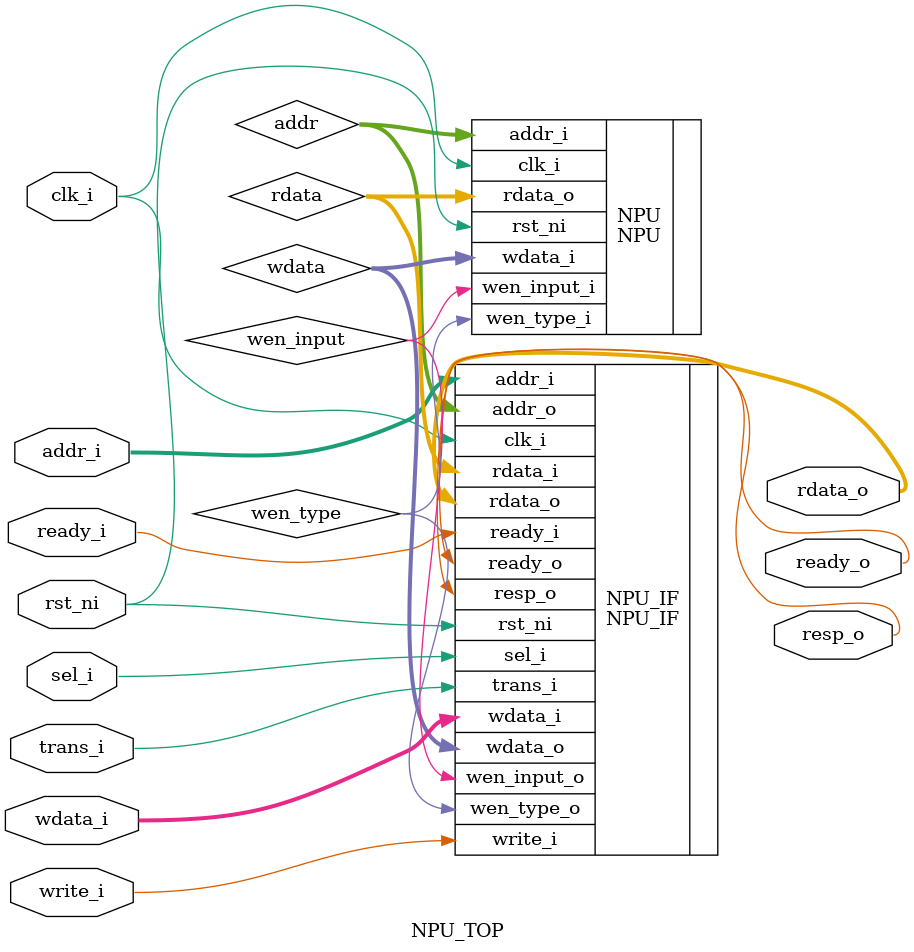
<source format=sv>

module NPU_TOP #(
    parameter DWidth   = 32
)(
    // Basic signals
    input   logic                   clk_i,
    input   logic                   rst_ni,
    // From bus
    input   logic                   sel_i,
    input   logic                   trans_i,
    input   logic                   ready_i,
    input   logic                   write_i,
    input   logic   [DWidth-1:0]    addr_i,
    input   logic   [DWidth-1:0]    wdata_i,
    // To master
    output  logic   [DWidth-1:0]    rdata_o,
    output  logic                   resp_o,
    output  logic                   ready_o
);

    localparam TypeAddr   = 'h0;
    localparam InputAddr  = 'h4;
    localparam OutputAddr = 'h8;

    logic   [DWidth-1:0]            rdata;
    logic                           wen_type;
    logic                           wen_input;
    logic   [DWidth-1:0]            addr;
    logic   [DWidth-1:0]            wdata;

    NPU_IF #(.DWidth(DWidth)) NPU_IF(
        // From Bus
        .clk_i                      (clk_i),
        .rst_ni                     (rst_ni),
        .sel_i                      (sel_i),
        .trans_i                    (trans_i),
        .ready_i                    (ready_i),
        .write_i                    (write_i),
        .addr_i                     (addr_i),
        .wdata_i                    (wdata_i),

        // NPU
        .rdata_i                    (rdata),
        .wen_type_o                 (wen_type),
        .wen_input_o                (wen_input),
        .addr_o                     (addr),
        .wdata_o                    (wdata),

        // To Bus
        .rdata_o                    (rdata_o),
        .resp_o                     (resp_o),
        .ready_o                    (ready_o)
    );

    NPU #(.DWidth(DWidth)) NPU(
        .clk_i                      (clk_i),
        .rst_ni                     (rst_ni),
        .wen_type_i                 (wen_type),
        .wen_input_i                (wen_input),
        .addr_i                     (addr),
        .wdata_i                    (wdata),
        .rdata_o                    (rdata)
    );

endmodule
</source>
